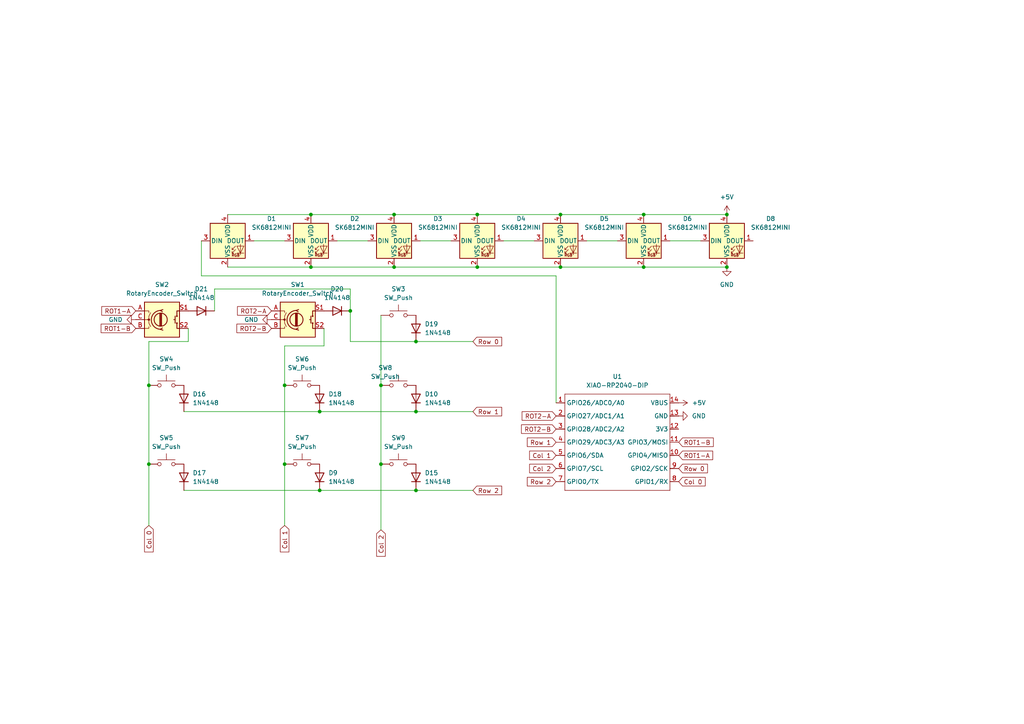
<source format=kicad_sch>
(kicad_sch (version 20250114) (generator "eeschema") (generator_version "9.0")
  (paper "A4")
  (lib_symbols
    (symbol "Device:RotaryEncoder_Switch" (pin_names (offset 0.254) (hide yes))
      (property "Reference" "SW" (at 0 6.604 0))
      (property "Value" "RotaryEncoder_Switch" (at 0 -6.604 0))
      (symbol "RotaryEncoder_Switch_0_1"
        (rectangle (start -5.08 5.08) (end 5.08 -5.08) (stroke (width 0.254)) (fill (type background)))
        (polyline (pts (xy -5.08 2.54) (xy -3.81 2.54) (xy -3.81 2.032)))
        (polyline (pts (xy -5.08 0) (xy -3.81 0) (xy -3.81 -1.016) (xy -3.302 -2.032)))
        (polyline (pts (xy -5.08 -2.54) (xy -3.81 -2.54) (xy -3.81 -2.032)))
        (polyline (pts (xy -4.318 0) (xy -3.81 0) (xy -3.81 1.016) (xy -3.302 2.032)))
        (circle (center -3.81 0) (radius 0.254) (fill (type outline)))
        (polyline (pts (xy -0.635 -1.778) (xy -0.635 1.778)) (stroke (width 0.254)))
        (circle (center -0.381 0) (radius 1.905) (stroke (width 0.254)))
        (polyline (pts (xy -0.381 -1.778) (xy -0.381 1.778)) (stroke (width 0.254)))
        (arc (start -0.381 -2.794) (mid -3.0988 -0.0635) (end -0.381 2.667) (stroke (width 0.254)))
        (polyline (pts (xy -0.127 1.778) (xy -0.127 -1.778)) (stroke (width 0.254)))
        (polyline (pts (xy 0.254 2.921) (xy -0.508 2.667) (xy 0.127 2.286)) (stroke (width 0.254)))
        (polyline (pts (xy 0.254 -3.048) (xy -0.508 -2.794) (xy 0.127 -2.413)) (stroke (width 0.254)))
        (polyline (pts (xy 3.81 1.016) (xy 3.81 -1.016)) (stroke (width 0.254)))
        (polyline (pts (xy 3.81 0) (xy 3.429 0)) (stroke (width 0.254)))
        (circle (center 4.318 1.016) (radius 0.127) (stroke (width 0.254)))
        (circle (center 4.318 -1.016) (radius 0.127) (stroke (width 0.254)))
        (polyline (pts (xy 5.08 2.54) (xy 4.318 2.54) (xy 4.318 1.016)) (stroke (width 0.254)))
        (polyline (pts (xy 5.08 -2.54) (xy 4.318 -2.54) (xy 4.318 -1.016)) (stroke (width 0.254)))
      )
      (symbol "RotaryEncoder_Switch_1_1"
        (pin passive line (at -7.62 2.54 0) (length 2.54) (name "A") (number "A"))
        (pin passive line (at -7.62 0 0) (length 2.54) (name "C") (number "C"))
        (pin passive line (at -7.62 -2.54 0) (length 2.54) (name "B") (number "B"))
        (pin passive line (at 7.62 2.54 180) (length 2.54) (name "S1") (number "S1"))
        (pin passive line (at 7.62 -2.54 180) (length 2.54) (name "S2") (number "S2"))
      )
    )
    (symbol "Diode:1N4148" (pin_numbers (hide yes)) (pin_names (hide yes))
      (property "Reference" "D" (at 0 2.54 0))
      (property "Value" "1N4148" (at 0 -2.54 0))
      (symbol "1N4148_0_1"
        (polyline (pts (xy -1.27 1.27) (xy -1.27 -1.27)) (stroke (width 0.254)))
        (polyline (pts (xy 1.27 1.27) (xy 1.27 -1.27) (xy -1.27 0) (xy 1.27 1.27)) (stroke (width 0.254)))
        (polyline (pts (xy 1.27 0) (xy -1.27 0)))
      )
      (symbol "1N4148_1_1"
        (pin passive line (at -3.81 0 0) (length 2.54) (name "K") (number "1"))
        (pin passive line (at 3.81 0 180) (length 2.54) (name "A") (number "2"))
      )
    )
    (symbol "LED:SK6812MINI" (pin_names (offset 0.254))
      (property "Reference" "D" (at 5.08 5.715 0))
      (property "Value" "SK6812MINI" (at 1.27 -5.715 0))
      (symbol "SK6812MINI_0_0"
        (text "RGB" (at 2.286 -4.191 0) (effects (font (size 0.762 0.762))))
      )
      (symbol "SK6812MINI_0_1"
        (polyline (pts (xy 1.27 -2.54) (xy 1.778 -2.54)))
        (polyline (pts (xy 1.27 -3.556) (xy 1.778 -3.556)))
        (polyline (pts (xy 2.286 -1.524) (xy 1.27 -2.54) (xy 1.27 -2.032)))
        (polyline (pts (xy 2.286 -2.54) (xy 1.27 -3.556) (xy 1.27 -3.048)))
        (polyline (pts (xy 3.683 -1.016) (xy 3.683 -3.556) (xy 3.683 -4.064)))
        (polyline (pts (xy 4.699 -1.524) (xy 2.667 -1.524) (xy 3.683 -3.556) (xy 4.699 -1.524)))
        (polyline (pts (xy 4.699 -3.556) (xy 2.667 -3.556)))
        (rectangle (start 5.08 5.08) (end -5.08 -5.08) (stroke (width 0.254)) (fill (type background)))
      )
      (symbol "SK6812MINI_1_1"
        (pin input line (at -7.62 0 0) (length 2.54) (name "DIN") (number "3"))
        (pin power_in line (at 0 7.62 270) (length 2.54) (name "VDD") (number "4"))
        (pin power_in line (at 0 -7.62 90) (length 2.54) (name "VSS") (number "2"))
        (pin output line (at 7.62 0 180) (length 2.54) (name "DOUT") (number "1"))
      )
    )
    (symbol "OPL:XIAO-RP2040-DIP"
      (property "Reference" "U" (at 0 0 0))
      (property "Value" "XIAO-RP2040-DIP" (at 5.334 -1.778 0))
      (symbol "XIAO-RP2040-DIP_1_0"
        (polyline (pts (xy -1.27 -2.54) (xy 29.21 -2.54)) (stroke (width 0.1524)))
        (polyline (pts (xy -1.27 -5.08) (xy -2.54 -5.08)) (stroke (width 0.1524)))
        (polyline (pts (xy -1.27 -5.08) (xy -1.27 -2.54)) (stroke (width 0.1524)))
        (polyline (pts (xy -1.27 -8.89) (xy -2.54 -8.89)) (stroke (width 0.1524)))
        (polyline (pts (xy -1.27 -8.89) (xy -1.27 -5.08)) (stroke (width 0.1524)))
        (polyline (pts (xy -1.27 -12.7) (xy -2.54 -12.7)) (stroke (width 0.1524)))
        (polyline (pts (xy -1.27 -12.7) (xy -1.27 -8.89)) (stroke (width 0.1524)))
        (polyline (pts (xy -1.27 -16.51) (xy -2.54 -16.51)) (stroke (width 0.1524)))
        (polyline (pts (xy -1.27 -16.51) (xy -1.27 -12.7)) (stroke (width 0.1524)))
        (polyline (pts (xy -1.27 -20.32) (xy -2.54 -20.32)) (stroke (width 0.1524)))
        (polyline (pts (xy -1.27 -24.13) (xy -2.54 -24.13)) (stroke (width 0.1524)))
        (polyline (pts (xy -1.27 -27.94) (xy -2.54 -27.94)) (stroke (width 0.1524)))
        (polyline (pts (xy -1.27 -30.48) (xy -1.27 -16.51)) (stroke (width 0.1524)))
        (polyline (pts (xy 29.21 -2.54) (xy 29.21 -5.08)) (stroke (width 0.1524)))
        (polyline (pts (xy 29.21 -5.08) (xy 29.21 -8.89)) (stroke (width 0.1524)))
        (polyline (pts (xy 29.21 -8.89) (xy 29.21 -12.7)) (stroke (width 0.1524)))
        (polyline (pts (xy 29.21 -12.7) (xy 29.21 -30.48)) (stroke (width 0.1524)))
        (polyline (pts (xy 29.21 -30.48) (xy -1.27 -30.48)) (stroke (width 0.1524)))
        (polyline (pts (xy 30.48 -5.08) (xy 29.21 -5.08)) (stroke (width 0.1524)))
        (polyline (pts (xy 30.48 -8.89) (xy 29.21 -8.89)) (stroke (width 0.1524)))
        (polyline (pts (xy 30.48 -12.7) (xy 29.21 -12.7)) (stroke (width 0.1524)))
        (polyline (pts (xy 30.48 -16.51) (xy 29.21 -16.51)) (stroke (width 0.1524)))
        (polyline (pts (xy 30.48 -20.32) (xy 29.21 -20.32)) (stroke (width 0.1524)))
        (polyline (pts (xy 30.48 -24.13) (xy 29.21 -24.13)) (stroke (width 0.1524)))
        (polyline (pts (xy 30.48 -27.94) (xy 29.21 -27.94)) (stroke (width 0.1524)))
        (pin passive line (at -3.81 -5.08 0) (length 2.54) (name "GPIO26/ADC0/A0") (number "1"))
        (pin passive line (at -3.81 -8.89 0) (length 2.54) (name "GPIO27/ADC1/A1") (number "2"))
        (pin passive line (at -3.81 -12.7 0) (length 2.54) (name "GPIO28/ADC2/A2") (number "3"))
        (pin passive line (at -3.81 -16.51 0) (length 2.54) (name "GPIO29/ADC3/A3") (number "4"))
        (pin passive line (at -3.81 -20.32 0) (length 2.54) (name "GPIO6/SDA") (number "5"))
        (pin passive line (at -3.81 -24.13 0) (length 2.54) (name "GPIO7/SCL") (number "6"))
        (pin passive line (at -3.81 -27.94 0) (length 2.54) (name "GPIO0/TX") (number "7"))
        (pin passive line (at 31.75 -5.08 180) (length 2.54) (name "VBUS") (number "14"))
        (pin passive line (at 31.75 -8.89 180) (length 2.54) (name "GND") (number "13"))
        (pin passive line (at 31.75 -12.7 180) (length 2.54) (name "3V3") (number "12"))
        (pin passive line (at 31.75 -16.51 180) (length 2.54) (name "GPIO3/MOSI") (number "11"))
        (pin passive line (at 31.75 -20.32 180) (length 2.54) (name "GPIO4/MISO") (number "10"))
        (pin passive line (at 31.75 -24.13 180) (length 2.54) (name "GPIO2/SCK") (number "9"))
        (pin passive line (at 31.75 -27.94 180) (length 2.54) (name "GPIO1/RX") (number "8"))
      )
    )
    (symbol "Switch:SW_Push" (pin_numbers (hide yes)) (pin_names (offset 1.016) (hide yes))
      (property "Reference" "SW" (at 1.27 2.54 0))
      (property "Value" "SW_Push" (at 0 -1.524 0))
      (symbol "SW_Push_0_1"
        (circle (center -2.032 0) (radius 0.508))
        (polyline (pts (xy 0 1.27) (xy 0 3.048)))
        (circle (center 2.032 0) (radius 0.508))
        (polyline (pts (xy 2.54 1.27) (xy -2.54 1.27)))
        (pin passive line (at -5.08 0 0) (length 2.54) (name "1") (number "1"))
        (pin passive line (at 5.08 0 180) (length 2.54) (name "2") (number "2"))
      )
    )
    (symbol "power:+5V" (power) (pin_numbers (hide yes)) (pin_names (offset 0) (hide yes))
      (property "Value" "+5V" (at 0 3.556 0))
      (symbol "+5V_0_1"
        (polyline (pts (xy -0.762 1.27) (xy 0 2.54)))
        (polyline (pts (xy 0 2.54) (xy 0.762 1.27)))
        (polyline (pts (xy 0 0) (xy 0 2.54)))
      )
      (symbol "+5V_1_1"
        (pin power_in line (at 0 0 90) (length 0) (name "~") (number "1"))
      )
    )
    (symbol "power:GND" (power) (pin_numbers (hide yes)) (pin_names (offset 0) (hide yes))
      (property "Value" "GND" (at 0 -3.81 0))
      (symbol "GND_0_1"
        (polyline (pts (xy 0 0) (xy 0 -1.27) (xy 1.27 -1.27) (xy 0 -2.54) (xy -1.27 -1.27) (xy 0 -1.27)))
      )
      (symbol "GND_1_1"
        (pin power_in line (at 0 0 270) (length 0) (name "~") (number "1"))
      )
    )
  )
  (junction (at 110.49 111.76))
  (junction (at 114.3 62.23))
  (junction (at 90.17 77.47))
  (junction (at 120.65 99.06))
  (junction (at 210.82 62.23))
  (junction (at 138.43 77.47))
  (junction (at 138.43 62.23))
  (junction (at 186.69 62.23))
  (junction (at 210.82 77.47))
  (junction (at 186.69 77.47))
  (junction (at 82.55 111.76))
  (junction (at 110.49 134.62))
  (junction (at 82.55 134.62))
  (junction (at 120.65 142.24))
  (junction (at 101.6 90.17))
  (junction (at 43.18 134.62))
  (junction (at 120.65 119.38))
  (junction (at 162.56 77.47))
  (junction (at 162.56 62.23))
  (junction (at 92.71 142.24))
  (junction (at 114.3 77.47))
  (junction (at 90.17 62.23))
  (junction (at 43.18 111.76))
  (junction (at 92.71 119.38))
  (wire (pts (xy 93.98 100.33) (xy 82.55 100.33)))
  (wire (pts (xy 110.49 111.76) (xy 110.49 134.62)))
  (wire (pts (xy 90.17 77.47) (xy 114.3 77.47)))
  (wire (pts (xy 101.6 83.82) (xy 101.6 90.17)))
  (wire (pts (xy 92.71 119.38) (xy 120.65 119.38)))
  (wire (pts (xy 138.43 62.23) (xy 162.56 62.23)))
  (wire (pts (xy 186.69 77.47) (xy 210.82 77.47)))
  (wire (pts (xy 120.65 99.06) (xy 137.16 99.06)))
  (wire (pts (xy 53.34 142.24) (xy 92.71 142.24)))
  (wire (pts (xy 101.6 99.06) (xy 120.65 99.06)))
  (wire (pts (xy 114.3 77.47) (xy 138.43 77.47)))
  (wire (pts (xy 186.69 62.23) (xy 210.82 62.23)))
  (wire (pts (xy 110.49 134.62) (xy 110.49 153.67)))
  (wire (pts (xy 82.55 111.76) (xy 82.55 134.62)))
  (wire (pts (xy 58.42 80.01) (xy 161.29 80.01)))
  (wire (pts (xy 170.18 69.85) (xy 179.07 69.85)))
  (wire (pts (xy 162.56 77.47) (xy 186.69 77.47)))
  (wire (pts (xy 82.55 100.33) (xy 82.55 111.76)))
  (wire (pts (xy 58.42 69.85) (xy 58.42 80.01)))
  (wire (pts (xy 101.6 90.17) (xy 101.6 99.06)))
  (wire (pts (xy 73.66 69.85) (xy 82.55 69.85)))
  (wire (pts (xy 53.34 119.38) (xy 92.71 119.38)))
  (wire (pts (xy 66.04 77.47) (xy 90.17 77.47)))
  (wire (pts (xy 62.23 90.17) (xy 62.23 83.82)))
  (wire (pts (xy 82.55 134.62) (xy 82.55 152.4)))
  (wire (pts (xy 194.31 69.85) (xy 203.2 69.85)))
  (wire (pts (xy 138.43 77.47) (xy 162.56 77.47)))
  (wire (pts (xy 54.61 95.25) (xy 54.61 99.06)))
  (wire (pts (xy 62.23 83.82) (xy 101.6 83.82)))
  (wire (pts (xy 120.65 119.38) (xy 137.16 119.38)))
  (wire (pts (xy 120.65 142.24) (xy 137.16 142.24)))
  (wire (pts (xy 110.49 91.44) (xy 110.49 111.76)))
  (wire (pts (xy 90.17 62.23) (xy 114.3 62.23)))
  (wire (pts (xy 66.04 62.23) (xy 90.17 62.23)))
  (wire (pts (xy 43.18 99.06) (xy 43.18 111.76)))
  (wire (pts (xy 54.61 99.06) (xy 43.18 99.06)))
  (wire (pts (xy 162.56 62.23) (xy 186.69 62.23)))
  (wire (pts (xy 97.79 69.85) (xy 106.68 69.85)))
  (wire (pts (xy 43.18 134.62) (xy 43.18 152.4)))
  (wire (pts (xy 93.98 95.25) (xy 93.98 100.33)))
  (wire (pts (xy 161.29 80.01) (xy 161.29 116.84)))
  (wire (pts (xy 146.05 69.85) (xy 154.94 69.85)))
  (wire (pts (xy 43.18 111.76) (xy 43.18 134.62)))
  (wire (pts (xy 121.92 69.85) (xy 130.81 69.85)))
  (wire (pts (xy 114.3 62.23) (xy 138.43 62.23)))
  (wire (pts (xy 92.71 142.24) (xy 120.65 142.24)))
  (global_label "Row 1" (shape input) (at 137.16 119.38 0) (property "Intersheetrefs" "${INTERSHEET_REFS}" (effects (hide yes))))
  (global_label "ROT2-A" (shape input) (at 161.29 120.65 180) (property "Intersheetrefs" "${INTERSHEET_REFS}" (effects (hide yes))))
  (global_label "Col 1" (shape input) (at 161.29 132.08 180) (property "Intersheetrefs" "${INTERSHEET_REFS}" (effects (hide yes))))
  (global_label "Col 2" (shape input) (at 161.29 135.89 180) (property "Intersheetrefs" "${INTERSHEET_REFS}" (effects (hide yes))))
  (global_label "ROT2-A" (shape input) (at 78.74 90.17 180) (property "Intersheetrefs" "${INTERSHEET_REFS}" (effects (hide yes))))
  (global_label "Row 2" (shape input) (at 137.16 142.24 0) (property "Intersheetrefs" "${INTERSHEET_REFS}" (effects (hide yes))))
  (global_label "ROT1-A" (shape input) (at 196.85 132.08 0) (property "Intersheetrefs" "${INTERSHEET_REFS}" (effects (hide yes))))
  (global_label "Col 1" (shape input) (at 82.55 152.4 270) (property "Intersheetrefs" "${INTERSHEET_REFS}" (effects (hide yes))))
  (global_label "Col 0" (shape input) (at 196.85 139.7 0) (property "Intersheetrefs" "${INTERSHEET_REFS}" (effects (hide yes))))
  (global_label "Row 0" (shape input) (at 137.16 99.06 0) (property "Intersheetrefs" "${INTERSHEET_REFS}" (effects (hide yes))))
  (global_label "ROT2-B" (shape input) (at 161.29 124.46 180) (property "Intersheetrefs" "${INTERSHEET_REFS}" (effects (hide yes))))
  (global_label "ROT2-B" (shape input) (at 78.74 95.25 180) (property "Intersheetrefs" "${INTERSHEET_REFS}" (effects (hide yes))))
  (global_label "Row 1" (shape input) (at 161.29 128.27 180) (property "Intersheetrefs" "${INTERSHEET_REFS}" (effects (hide yes))))
  (global_label "Row 2" (shape input) (at 161.29 139.7 180) (property "Intersheetrefs" "${INTERSHEET_REFS}" (effects (hide yes))))
  (global_label "ROT1-B" (shape input) (at 39.37 95.25 180) (property "Intersheetrefs" "${INTERSHEET_REFS}" (effects (hide yes))))
  (global_label "ROT1-B" (shape input) (at 196.85 128.27 0) (property "Intersheetrefs" "${INTERSHEET_REFS}" (effects (hide yes))))
  (global_label "Col 0" (shape input) (at 43.18 152.4 270) (property "Intersheetrefs" "${INTERSHEET_REFS}" (effects (hide yes))))
  (global_label "Row 0" (shape input) (at 196.85 135.89 0) (property "Intersheetrefs" "${INTERSHEET_REFS}" (effects (hide yes))))
  (global_label "ROT1-A" (shape input) (at 39.37 90.17 180) (property "Intersheetrefs" "${INTERSHEET_REFS}" (effects (hide yes))))
  (global_label "Col 2" (shape input) (at 110.49 153.67 270) (property "Intersheetrefs" "${INTERSHEET_REFS}" (effects (hide yes))))
  (symbol (lib_id "Diode:1N4148") (at 92.71 138.43 90) (unit 1)
    (property "Reference" "D9" (at 95.25 137.1599 90) (effects (justify right)))
    (property "Value" "1N4148" (at 95.25 139.6999 90) (effects (justify right)))
    (property "Footprint" "Diode_THT:D_DO-35_SOD27_P7.62mm_Horizontal" (effects (hide yes)))
    (property "Datasheet" "https://assets.nexperia.com/documents/data-sheet/1N4148_1N4448.pdf" (effects (hide yes)))
    (property "Description" "100V 0.15A standard switching diode, DO-35" (effects (hide yes)))
    (property "Sim.Device" "D" (effects (hide yes)))
    (property "Sim.Pins" "1=K 2=A" (effects (hide yes)))
  )
  (symbol (lib_id "LED:SK6812MINI") (at 66.04 69.85 0) (unit 1)
    (property "Reference" "D1" (at 78.74 63.4298 0))
    (property "Value" "SK6812MINI" (at 78.74 65.9698 0))
    (property "Footprint" "ScottoKeebs_Components:LED_SK6812MINI" (effects (hide yes)))
    (property "Datasheet" "https://cdn-shop.adafruit.com/product-files/2686/SK6812MINI_REV.01-1-2.pdf" (effects (hide yes)))
    (property "Description" "RGB LED with integrated controller" (effects (hide yes)))
  )
  (symbol (lib_id "LED:SK6812MINI") (at 114.3 69.85 0) (unit 1)
    (property "Reference" "D3" (at 127 63.4298 0))
    (property "Value" "SK6812MINI" (at 127 65.9698 0))
    (property "Footprint" "ScottoKeebs_Components:LED_SK6812MINI" (effects (hide yes)))
    (property "Datasheet" "https://cdn-shop.adafruit.com/product-files/2686/SK6812MINI_REV.01-1-2.pdf" (effects (hide yes)))
    (property "Description" "RGB LED with integrated controller" (effects (hide yes)))
  )
  (symbol (lib_id "Device:RotaryEncoder_Switch") (at 86.36 92.71 0) (unit 1)
    (property "Reference" "SW1" (at 86.36 82.55 0))
    (property "Value" "RotaryEncoder_Switch" (at 86.36 85.09 0))
    (property "Footprint" "Rotary_Encoder:RotaryEncoder_Alps_EC11E-Switch_Vertical_H20mm" (effects (hide yes)))
    (property "Description" "Rotary encoder, dual channel, incremental quadrate outputs, with switch" (effects (hide yes)))
  )
  (symbol (lib_id "Switch:SW_Push") (at 115.57 134.62 0) (unit 1)
    (property "Reference" "SW9" (at 115.57 127 0))
    (property "Value" "SW_Push" (at 115.57 129.54 0))
    (property "Footprint" "Button_Switch_Keyboard:SW_Cherry_MX_1.00u_PCB" (effects (hide yes)))
    (property "Description" "Push button switch, generic, two pins" (effects (hide yes)))
  )
  (symbol (lib_id "LED:SK6812MINI") (at 138.43 69.85 0) (unit 1)
    (property "Reference" "D4" (at 151.13 63.4298 0))
    (property "Value" "SK6812MINI" (at 151.13 65.9698 0))
    (property "Footprint" "ScottoKeebs_Components:LED_SK6812MINI" (effects (hide yes)))
    (property "Datasheet" "https://cdn-shop.adafruit.com/product-files/2686/SK6812MINI_REV.01-1-2.pdf" (effects (hide yes)))
    (property "Description" "RGB LED with integrated controller" (effects (hide yes)))
  )
  (symbol (lib_id "Diode:1N4148") (at 120.65 138.43 90) (unit 1)
    (property "Reference" "D15" (at 123.19 137.1599 90) (effects (justify right)))
    (property "Value" "1N4148" (at 123.19 139.6999 90) (effects (justify right)))
    (property "Footprint" "Diode_THT:D_DO-35_SOD27_P7.62mm_Horizontal" (effects (hide yes)))
    (property "Datasheet" "https://assets.nexperia.com/documents/data-sheet/1N4148_1N4448.pdf" (effects (hide yes)))
    (property "Description" "100V 0.15A standard switching diode, DO-35" (effects (hide yes)))
    (property "Sim.Device" "D" (effects (hide yes)))
    (property "Sim.Pins" "1=K 2=A" (effects (hide yes)))
  )
  (symbol (lib_id "OPL:XIAO-RP2040-DIP") (at 165.1 111.76 0) (unit 1)
    (property "Reference" "U1" (at 179.07 109.22 0))
    (property "Value" "XIAO-RP2040-DIP" (at 179.07 111.76 0))
    (property "Footprint" "OPL:XIAO-RP2040-DIP" (effects (hide yes)))
  )
  (symbol (lib_id "Switch:SW_Push") (at 87.63 111.76 0) (unit 1)
    (property "Reference" "SW6" (at 87.63 104.14 0))
    (property "Value" "SW_Push" (at 87.63 106.68 0))
    (property "Footprint" "Button_Switch_Keyboard:SW_Cherry_MX_1.00u_PCB" (effects (hide yes)))
    (property "Description" "Push button switch, generic, two pins" (effects (hide yes)))
  )
  (symbol (lib_id "Diode:1N4148") (at 97.79 90.17 180) (unit 1)
    (property "Reference" "D20" (at 97.79 83.82 0))
    (property "Value" "1N4148" (at 97.79 86.36 0))
    (property "Footprint" "Diode_THT:D_DO-35_SOD27_P7.62mm_Horizontal" (effects (hide yes)))
    (property "Datasheet" "https://assets.nexperia.com/documents/data-sheet/1N4148_1N4448.pdf" (effects (hide yes)))
    (property "Description" "100V 0.15A standard switching diode, DO-35" (effects (hide yes)))
    (property "Sim.Device" "D" (effects (hide yes)))
    (property "Sim.Pins" "1=K 2=A" (effects (hide yes)))
  )
  (symbol (lib_id "power:GND") (at 78.74 92.71 270) (unit 1)
    (property "Reference" "#PWR04" (effects (hide yes)))
    (property "Value" "GND" (at 74.93 92.7099 90) (effects (justify right)))
    (property "Description" "Power symbol creates a global label with name \"GND\" , ground" (effects (hide yes)))
  )
  (symbol (lib_id "power:+5V") (at 210.82 62.23 0) (unit 1)
    (property "Reference" "#PWR02" (effects (hide yes)))
    (property "Value" "+5V" (at 210.82 57.15 0))
    (property "Description" "Power symbol creates a global label with name \"+5V\"" (effects (hide yes)))
  )
  (symbol (lib_id "Diode:1N4148") (at 58.42 90.17 180) (unit 1)
    (property "Reference" "D21" (at 58.42 83.82 0))
    (property "Value" "1N4148" (at 58.42 86.36 0))
    (property "Footprint" "Diode_THT:D_DO-35_SOD27_P7.62mm_Horizontal" (effects (hide yes)))
    (property "Datasheet" "https://assets.nexperia.com/documents/data-sheet/1N4148_1N4448.pdf" (effects (hide yes)))
    (property "Description" "100V 0.15A standard switching diode, DO-35" (effects (hide yes)))
    (property "Sim.Device" "D" (effects (hide yes)))
    (property "Sim.Pins" "1=K 2=A" (effects (hide yes)))
  )
  (symbol (lib_id "power:+5V") (at 196.85 116.84 270) (unit 1)
    (property "Reference" "#PWR06" (effects (hide yes)))
    (property "Value" "+5V" (at 200.66 116.8399 90) (effects (justify left)))
    (property "Description" "Power symbol creates a global label with name \"+5V\"" (effects (hide yes)))
  )
  (symbol (lib_id "Diode:1N4148") (at 53.34 138.43 90) (unit 1)
    (property "Reference" "D17" (at 55.88 137.1599 90) (effects (justify right)))
    (property "Value" "1N4148" (at 55.88 139.6999 90) (effects (justify right)))
    (property "Footprint" "Diode_THT:D_DO-35_SOD27_P7.62mm_Horizontal" (effects (hide yes)))
    (property "Datasheet" "https://assets.nexperia.com/documents/data-sheet/1N4148_1N4448.pdf" (effects (hide yes)))
    (property "Description" "100V 0.15A standard switching diode, DO-35" (effects (hide yes)))
    (property "Sim.Device" "D" (effects (hide yes)))
    (property "Sim.Pins" "1=K 2=A" (effects (hide yes)))
  )
  (symbol (lib_id "LED:SK6812MINI") (at 162.56 69.85 0) (unit 1)
    (property "Reference" "D5" (at 175.26 63.4298 0))
    (property "Value" "SK6812MINI" (at 175.26 65.9698 0))
    (property "Footprint" "ScottoKeebs_Components:LED_SK6812MINI" (effects (hide yes)))
    (property "Datasheet" "https://cdn-shop.adafruit.com/product-files/2686/SK6812MINI_REV.01-1-2.pdf" (effects (hide yes)))
    (property "Description" "RGB LED with integrated controller" (effects (hide yes)))
  )
  (symbol (lib_id "Diode:1N4148") (at 120.65 95.25 90) (unit 1)
    (property "Reference" "D19" (at 123.19 93.9799 90) (effects (justify right)))
    (property "Value" "1N4148" (at 123.19 96.5199 90) (effects (justify right)))
    (property "Footprint" "Diode_THT:D_DO-35_SOD27_P7.62mm_Horizontal" (effects (hide yes)))
    (property "Datasheet" "https://assets.nexperia.com/documents/data-sheet/1N4148_1N4448.pdf" (effects (hide yes)))
    (property "Description" "100V 0.15A standard switching diode, DO-35" (effects (hide yes)))
    (property "Sim.Device" "D" (effects (hide yes)))
    (property "Sim.Pins" "1=K 2=A" (effects (hide yes)))
  )
  (symbol (lib_id "Switch:SW_Push") (at 48.26 134.62 0) (unit 1)
    (property "Reference" "SW5" (at 48.26 127 0))
    (property "Value" "SW_Push" (at 48.26 129.54 0))
    (property "Footprint" "Button_Switch_Keyboard:SW_Cherry_MX_1.00u_PCB" (effects (hide yes)))
    (property "Description" "Push button switch, generic, two pins" (effects (hide yes)))
  )
  (symbol (lib_id "Diode:1N4148") (at 120.65 115.57 90) (unit 1)
    (property "Reference" "D10" (at 123.19 114.2999 90) (effects (justify right)))
    (property "Value" "1N4148" (at 123.19 116.8399 90) (effects (justify right)))
    (property "Footprint" "Diode_THT:D_DO-35_SOD27_P7.62mm_Horizontal" (effects (hide yes)))
    (property "Datasheet" "https://assets.nexperia.com/documents/data-sheet/1N4148_1N4448.pdf" (effects (hide yes)))
    (property "Description" "100V 0.15A standard switching diode, DO-35" (effects (hide yes)))
    (property "Sim.Device" "D" (effects (hide yes)))
    (property "Sim.Pins" "1=K 2=A" (effects (hide yes)))
  )
  (symbol (lib_id "power:GND") (at 196.85 120.65 90) (unit 1)
    (property "Reference" "#PWR05" (effects (hide yes)))
    (property "Value" "GND" (at 200.66 120.6499 90) (effects (justify right)))
    (property "Description" "Power symbol creates a global label with name \"GND\" , ground" (effects (hide yes)))
  )
  (symbol (lib_id "Switch:SW_Push") (at 115.57 91.44 0) (unit 1)
    (property "Reference" "SW3" (at 115.57 83.82 0))
    (property "Value" "SW_Push" (at 115.57 86.36 0))
    (property "Footprint" "Button_Switch_Keyboard:SW_Cherry_MX_2.00u_Vertical_PCB" (effects (hide yes)))
    (property "Description" "Push button switch, generic, two pins" (effects (hide yes)))
  )
  (symbol (lib_id "Switch:SW_Push") (at 87.63 134.62 0) (unit 1)
    (property "Reference" "SW7" (at 87.63 127 0))
    (property "Value" "SW_Push" (at 87.63 129.54 0))
    (property "Footprint" "Button_Switch_Keyboard:SW_Cherry_MX_1.00u_PCB" (effects (hide yes)))
    (property "Description" "Push button switch, generic, two pins" (effects (hide yes)))
  )
  (symbol (lib_id "Diode:1N4148") (at 53.34 115.57 90) (unit 1)
    (property "Reference" "D16" (at 55.88 114.2999 90) (effects (justify right)))
    (property "Value" "1N4148" (at 55.88 116.8399 90) (effects (justify right)))
    (property "Footprint" "Diode_THT:D_DO-35_SOD27_P7.62mm_Horizontal" (effects (hide yes)))
    (property "Datasheet" "https://assets.nexperia.com/documents/data-sheet/1N4148_1N4448.pdf" (effects (hide yes)))
    (property "Description" "100V 0.15A standard switching diode, DO-35" (effects (hide yes)))
    (property "Sim.Device" "D" (effects (hide yes)))
    (property "Sim.Pins" "1=K 2=A" (effects (hide yes)))
  )
  (symbol (lib_id "LED:SK6812MINI") (at 186.69 69.85 0) (unit 1)
    (property "Reference" "D6" (at 199.39 63.4298 0))
    (property "Value" "SK6812MINI" (at 199.39 65.9698 0))
    (property "Footprint" "ScottoKeebs_Components:LED_SK6812MINI" (effects (hide yes)))
    (property "Datasheet" "https://cdn-shop.adafruit.com/product-files/2686/SK6812MINI_REV.01-1-2.pdf" (effects (hide yes)))
    (property "Description" "RGB LED with integrated controller" (effects (hide yes)))
  )
  (symbol (lib_id "LED:SK6812MINI") (at 210.82 69.85 0) (unit 1)
    (property "Reference" "D8" (at 223.52 63.4298 0))
    (property "Value" "SK6812MINI" (at 223.52 65.9698 0))
    (property "Footprint" "ScottoKeebs_Components:LED_SK6812MINI" (effects (hide yes)))
    (property "Datasheet" "https://cdn-shop.adafruit.com/product-files/2686/SK6812MINI_REV.01-1-2.pdf" (effects (hide yes)))
    (property "Description" "RGB LED with integrated controller" (effects (hide yes)))
  )
  (symbol (lib_id "Diode:1N4148") (at 92.71 115.57 90) (unit 1)
    (property "Reference" "D18" (at 95.25 114.2999 90) (effects (justify right)))
    (property "Value" "1N4148" (at 95.25 116.8399 90) (effects (justify right)))
    (property "Footprint" "Diode_THT:D_DO-35_SOD27_P7.62mm_Horizontal" (effects (hide yes)))
    (property "Datasheet" "https://assets.nexperia.com/documents/data-sheet/1N4148_1N4448.pdf" (effects (hide yes)))
    (property "Description" "100V 0.15A standard switching diode, DO-35" (effects (hide yes)))
    (property "Sim.Device" "D" (effects (hide yes)))
    (property "Sim.Pins" "1=K 2=A" (effects (hide yes)))
  )
  (symbol (lib_id "Device:RotaryEncoder_Switch") (at 46.99 92.71 0) (unit 1)
    (property "Reference" "SW2" (at 46.99 82.55 0))
    (property "Value" "RotaryEncoder_Switch" (at 46.99 85.09 0))
    (property "Footprint" "Rotary_Encoder:RotaryEncoder_Alps_EC11E-Switch_Vertical_H20mm" (effects (hide yes)))
    (property "Description" "Rotary encoder, dual channel, incremental quadrate outputs, with switch" (effects (hide yes)))
  )
  (symbol (lib_id "power:GND") (at 39.37 92.71 270) (unit 1)
    (property "Reference" "#PWR03" (effects (hide yes)))
    (property "Value" "GND" (at 35.56 92.7099 90) (effects (justify right)))
    (property "Description" "Power symbol creates a global label with name \"GND\" , ground" (effects (hide yes)))
  )
  (symbol (lib_id "Switch:SW_Push") (at 48.26 111.76 0) (unit 1)
    (property "Reference" "SW4" (at 48.26 104.14 0))
    (property "Value" "SW_Push" (at 48.26 106.68 0))
    (property "Footprint" "Button_Switch_Keyboard:SW_Cherry_MX_1.00u_PCB" (effects (hide yes)))
    (property "Description" "Push button switch, generic, two pins" (effects (hide yes)))
  )
  (symbol (lib_id "power:GND") (at 210.82 77.47 0) (unit 1)
    (property "Reference" "#PWR01" (effects (hide yes)))
    (property "Value" "GND" (at 210.82 82.55 0))
    (property "Description" "Power symbol creates a global label with name \"GND\" , ground" (effects (hide yes)))
  )
  (symbol (lib_id "LED:SK6812MINI") (at 90.17 69.85 0) (unit 1)
    (property "Reference" "D2" (at 102.87 63.4298 0))
    (property "Value" "SK6812MINI" (at 102.87 65.9698 0))
    (property "Footprint" "ScottoKeebs_Components:LED_SK6812MINI" (effects (hide yes)))
    (property "Datasheet" "https://cdn-shop.adafruit.com/product-files/2686/SK6812MINI_REV.01-1-2.pdf" (effects (hide yes)))
    (property "Description" "RGB LED with integrated controller" (effects (hide yes)))
  )
  (symbol (lib_id "Switch:SW_Push") (at 115.57 111.76 0) (unit 1)
    (property "Reference" "SW8" (at 111.76 106.68 0))
    (property "Value" "SW_Push" (at 111.76 109.22 0))
    (property "Footprint" "Button_Switch_Keyboard:SW_Cherry_MX_1.00u_PCB" (effects (hide yes)))
    (property "Description" "Push button switch, generic, two pins" (effects (hide yes)))
  )
)
</source>
